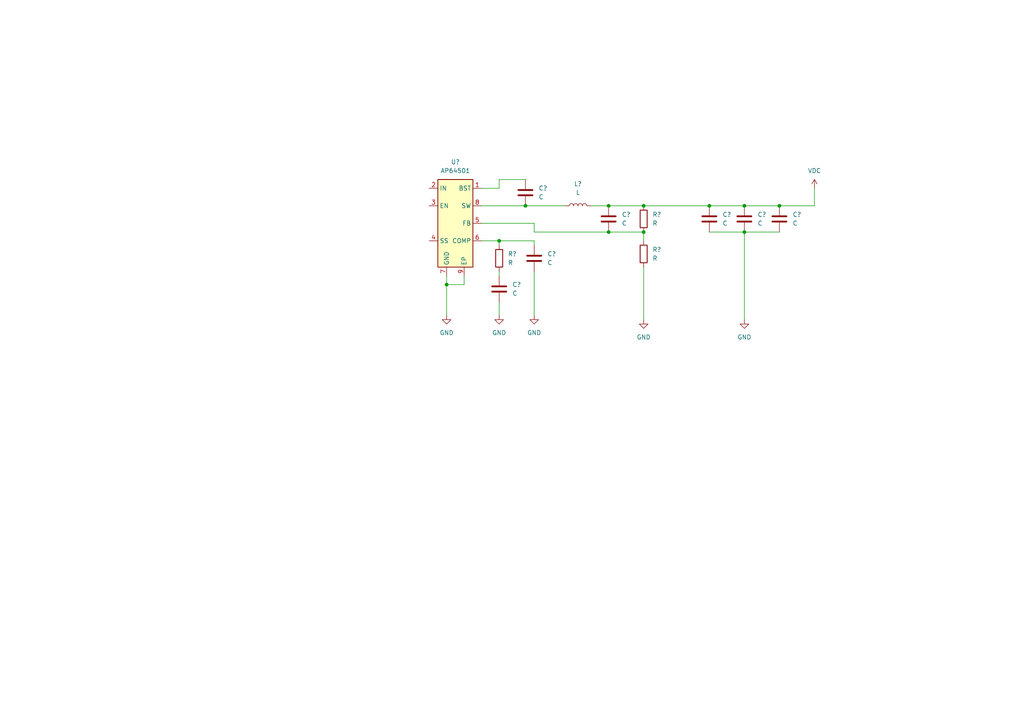
<source format=kicad_sch>
(kicad_sch (version 20211123) (generator eeschema)
  (paper "A4")
  (lib_symbols
    (symbol "AP64501:AP64501"
      (property "Reference" "U" (at -5.08 11.43 0))
      (property "Value" "AP64501" (at 1.27 11.43 0))
      (symbol "AP64501_0_1"
        (rectangle (start -5.08 10.16) (end 5.08 -15.24) (stroke (width 0.254)) (fill (type background)))
      )
      (symbol "AP64501_1_1"
        (pin output line (at 7.62 7.62 180) (length 2.54) (name "BST") (number "1"))
        (pin power_in line (at -7.62 7.62 0) (length 2.54) (name "IN") (number "2"))
        (pin input line (at -7.62 2.54 0) (length 2.54) (name "EN") (number "3"))
        (pin tri_state line (at -7.62 -7.62 0) (length 2.54) (name "SS") (number "4"))
        (pin input line (at 7.62 -2.54 180) (length 2.54) (name "FB") (number "5"))
        (pin output line (at 7.62 -7.62 180) (length 2.54) (name "COMP") (number "6"))
        (pin power_in line (at -2.54 -17.78 90) (length 2.54) (name "GND") (number "7"))
        (pin power_out line (at 7.62 2.54 180) (length 2.54) (name "SW") (number "8"))
        (pin power_in line (at 2.54 -17.78 90) (length 2.54) (name "EP") (number "9"))
      )
    )
    (symbol "Device:C" (pin_numbers hide) (pin_names (offset 0.254))
      (property "Reference" "C" (at 0.635 2.54 0))
      (property "Value" "C" (at 0.635 -2.54 0))
      (symbol "C_0_1"
        (polyline (pts (xy -2.032 -0.762) (xy 2.032 -0.762)) (stroke (width 0.508)))
        (polyline (pts (xy -2.032 0.762) (xy 2.032 0.762)) (stroke (width 0.508)))
      )
      (symbol "C_1_1"
        (pin passive line (at 0 3.81 270) (length 2.794) (name "~") (number "1"))
        (pin passive line (at 0 -3.81 90) (length 2.794) (name "~") (number "2"))
      )
    )
    (symbol "Device:L" (pin_numbers hide) (pin_names (offset 1.016) hide)
      (property "Reference" "L" (at -1.27 0 90))
      (property "Value" "L" (at 1.905 0 90))
      (symbol "L_0_1"
        (arc (start 0 -2.54) (mid 0.635 -1.905) (end 0 -1.27))
        (arc (start 0 -1.27) (mid 0.635 -0.635) (end 0 0))
        (arc (start 0 0) (mid 0.635 0.635) (end 0 1.27))
        (arc (start 0 1.27) (mid 0.635 1.905) (end 0 2.54))
      )
      (symbol "L_1_1"
        (pin passive line (at 0 3.81 270) (length 1.27) (name "1") (number "1"))
        (pin passive line (at 0 -3.81 90) (length 1.27) (name "2") (number "2"))
      )
    )
    (symbol "Device:R" (pin_numbers hide) (pin_names (offset 0))
      (property "Reference" "R" (at 2.032 0 90))
      (property "Value" "R" (at 0 0 90))
      (symbol "R_0_1"
        (rectangle (start -1.016 -2.54) (end 1.016 2.54) (stroke (width 0.254)))
      )
      (symbol "R_1_1"
        (pin passive line (at 0 3.81 270) (length 1.27) (name "~") (number "1"))
        (pin passive line (at 0 -3.81 90) (length 1.27) (name "~") (number "2"))
      )
    )
    (symbol "power:GND" (power) (pin_names (offset 0))
      (property "Value" "GND" (at 0 -3.81 0))
      (symbol "GND_0_1"
        (polyline (pts (xy 0 0) (xy 0 -1.27) (xy 1.27 -1.27) (xy 0 -2.54) (xy -1.27 -1.27) (xy 0 -1.27)))
      )
      (symbol "GND_1_1"
        (pin power_in line (at 0 0 270) (length 0) hide (name "GND") (number "1"))
      )
    )
    (symbol "power:VDC" (power) (pin_names (offset 0))
      (property "Value" "VDC" (at 0 6.35 0))
      (symbol "VDC_0_1"
        (polyline (pts (xy -0.762 1.27) (xy 0 2.54)))
        (polyline (pts (xy 0 0) (xy 0 2.54)))
        (polyline (pts (xy 0 2.54) (xy 0.762 1.27)))
      )
      (symbol "VDC_1_1"
        (pin power_in line (at 0 0 90) (length 0) hide (name "VDC") (number "1"))
      )
    )
  )
  (junction (at 129.54 82.55))
  (junction (at 215.9 67.31))
  (junction (at 205.74 59.69))
  (junction (at 215.9 59.69))
  (junction (at 186.69 59.69))
  (junction (at 144.78 69.85))
  (junction (at 176.53 67.31))
  (junction (at 176.53 59.69))
  (junction (at 152.4 59.69))
  (junction (at 186.69 67.31))
  (junction (at 226.06 59.69))
  (wire (pts (xy 144.78 54.61) (xy 144.78 52.07)))
  (wire (pts (xy 215.9 67.31) (xy 215.9 92.71)))
  (wire (pts (xy 144.78 52.07) (xy 152.4 52.07)))
  (wire (pts (xy 144.78 87.63) (xy 144.78 91.44)))
  (wire (pts (xy 215.9 59.69) (xy 226.06 59.69)))
  (wire (pts (xy 205.74 67.31) (xy 215.9 67.31)))
  (wire (pts (xy 139.7 69.85) (xy 144.78 69.85)))
  (wire (pts (xy 134.62 82.55) (xy 134.62 80.01)))
  (wire (pts (xy 139.7 59.69) (xy 152.4 59.69)))
  (wire (pts (xy 154.94 67.31) (xy 176.53 67.31)))
  (wire (pts (xy 144.78 78.74) (xy 144.78 80.01)))
  (wire (pts (xy 205.74 59.69) (xy 215.9 59.69)))
  (wire (pts (xy 154.94 64.77) (xy 154.94 67.31)))
  (wire (pts (xy 129.54 80.01) (xy 129.54 82.55)))
  (wire (pts (xy 226.06 59.69) (xy 236.22 59.69)))
  (wire (pts (xy 171.45 59.69) (xy 176.53 59.69)))
  (wire (pts (xy 129.54 82.55) (xy 134.62 82.55)))
  (wire (pts (xy 152.4 59.69) (xy 163.83 59.69)))
  (wire (pts (xy 154.94 69.85) (xy 154.94 71.12)))
  (wire (pts (xy 215.9 67.31) (xy 226.06 67.31)))
  (wire (pts (xy 139.7 64.77) (xy 154.94 64.77)))
  (wire (pts (xy 186.69 59.69) (xy 205.74 59.69)))
  (wire (pts (xy 186.69 67.31) (xy 186.69 69.85)))
  (wire (pts (xy 139.7 54.61) (xy 144.78 54.61)))
  (wire (pts (xy 129.54 82.55) (xy 129.54 91.44)))
  (wire (pts (xy 154.94 78.74) (xy 154.94 91.44)))
  (wire (pts (xy 176.53 59.69) (xy 186.69 59.69)))
  (wire (pts (xy 236.22 59.69) (xy 236.22 54.61)))
  (wire (pts (xy 176.53 67.31) (xy 186.69 67.31)))
  (wire (pts (xy 144.78 71.12) (xy 144.78 69.85)))
  (wire (pts (xy 186.69 77.47) (xy 186.69 92.71)))
  (wire (pts (xy 144.78 69.85) (xy 154.94 69.85)))
  (symbol (lib_id "Device:C") (at 154.94 74.93 0) (unit 1)
    (property "Reference" "C?" (at 158.75 73.6599 0) (effects (justify left)))
    (property "Value" "C" (at 158.75 76.1999 0) (effects (justify left)))
  )
  (symbol (lib_id "Device:C") (at 215.9 63.5 0) (unit 1)
    (property "Reference" "C?" (at 219.71 62.2299 0) (effects (justify left)))
    (property "Value" "C" (at 219.71 64.7699 0) (effects (justify left)))
  )
  (symbol (lib_id "power:GND") (at 186.69 92.71 0) (unit 1)
    (property "Reference" "#PWR?" (effects hide))
    (property "Value" "GND" (at 186.69 97.79 0))
  )
  (symbol (lib_id "Device:C") (at 226.06 63.5 0) (unit 1)
    (property "Reference" "C?" (at 229.87 62.2299 0) (effects (justify left)))
    (property "Value" "C" (at 229.87 64.7699 0) (effects (justify left)))
  )
  (symbol (lib_id "power:GND") (at 215.9 92.71 0) (unit 1)
    (property "Reference" "#PWR?" (effects hide))
    (property "Value" "GND" (at 215.9 97.79 0))
  )
  (symbol (lib_id "Device:R") (at 144.78 74.93 0) (unit 1)
    (property "Reference" "R?" (at 147.32 73.6599 0) (effects (justify left)))
    (property "Value" "R" (at 147.32 76.1999 0) (effects (justify left)))
  )
  (symbol (lib_id "power:GND") (at 144.78 91.44 0) (unit 1)
    (property "Reference" "#PWR?" (effects hide))
    (property "Value" "GND" (at 144.78 96.52 0))
  )
  (symbol (lib_id "power:VDC") (at 236.22 54.61 0) (unit 1)
    (property "Reference" "#PWR?" (effects hide))
    (property "Value" "VDC" (at 236.22 49.53 0))
  )
  (symbol (lib_id "Device:R") (at 186.69 63.5 0) (unit 1)
    (property "Reference" "R?" (at 189.23 62.2299 0) (effects (justify left)))
    (property "Value" "R" (at 189.23 64.7699 0) (effects (justify left)))
  )
  (symbol (lib_id "Device:C") (at 205.74 63.5 0) (unit 1)
    (property "Reference" "C?" (at 209.55 62.2299 0) (effects (justify left)))
    (property "Value" "C" (at 209.55 64.7699 0) (effects (justify left)))
  )
  (symbol (lib_id "Device:L") (at 167.64 59.69 90) (unit 1)
    (property "Reference" "L?" (at 167.64 53.34 90))
    (property "Value" "L" (at 167.64 55.88 90))
  )
  (symbol (lib_id "Device:R") (at 186.69 73.66 0) (unit 1)
    (property "Reference" "R?" (at 189.23 72.3899 0) (effects (justify left)))
    (property "Value" "R" (at 189.23 74.9299 0) (effects (justify left)))
  )
  (symbol (lib_id "Device:C") (at 152.4 55.88 0) (unit 1)
    (property "Reference" "C?" (at 156.21 54.6099 0) (effects (justify left)))
    (property "Value" "C" (at 156.21 57.1499 0) (effects (justify left)))
  )
  (symbol (lib_id "AP64501:AP64501") (at 132.08 62.23 0) (unit 1)
    (property "Reference" "U?" (at 132.08 46.99 0))
    (property "Value" "AP64501" (at 132.08 49.53 0))
    (property "Datasheet" "https://www.diodes.com/assets/Datasheets/AP64501.pdf" (effects hide))
  )
  (symbol (lib_id "Device:C") (at 144.78 83.82 0) (unit 1)
    (property "Reference" "C?" (at 148.59 82.5499 0) (effects (justify left)))
    (property "Value" "C" (at 148.59 85.0899 0) (effects (justify left)))
  )
  (symbol (lib_id "power:GND") (at 154.94 91.44 0) (unit 1)
    (property "Reference" "#PWR?" (effects hide))
    (property "Value" "GND" (at 154.94 96.52 0))
  )
  (symbol (lib_id "Device:C") (at 176.53 63.5 0) (unit 1)
    (property "Reference" "C?" (at 180.34 62.2299 0) (effects (justify left)))
    (property "Value" "C" (at 180.34 64.7699 0) (effects (justify left)))
  )
  (symbol (lib_id "power:GND") (at 129.54 91.44 0) (unit 1)
    (property "Reference" "#PWR?" (effects hide))
    (property "Value" "GND" (at 129.54 96.52 0))
  )
)
</source>
